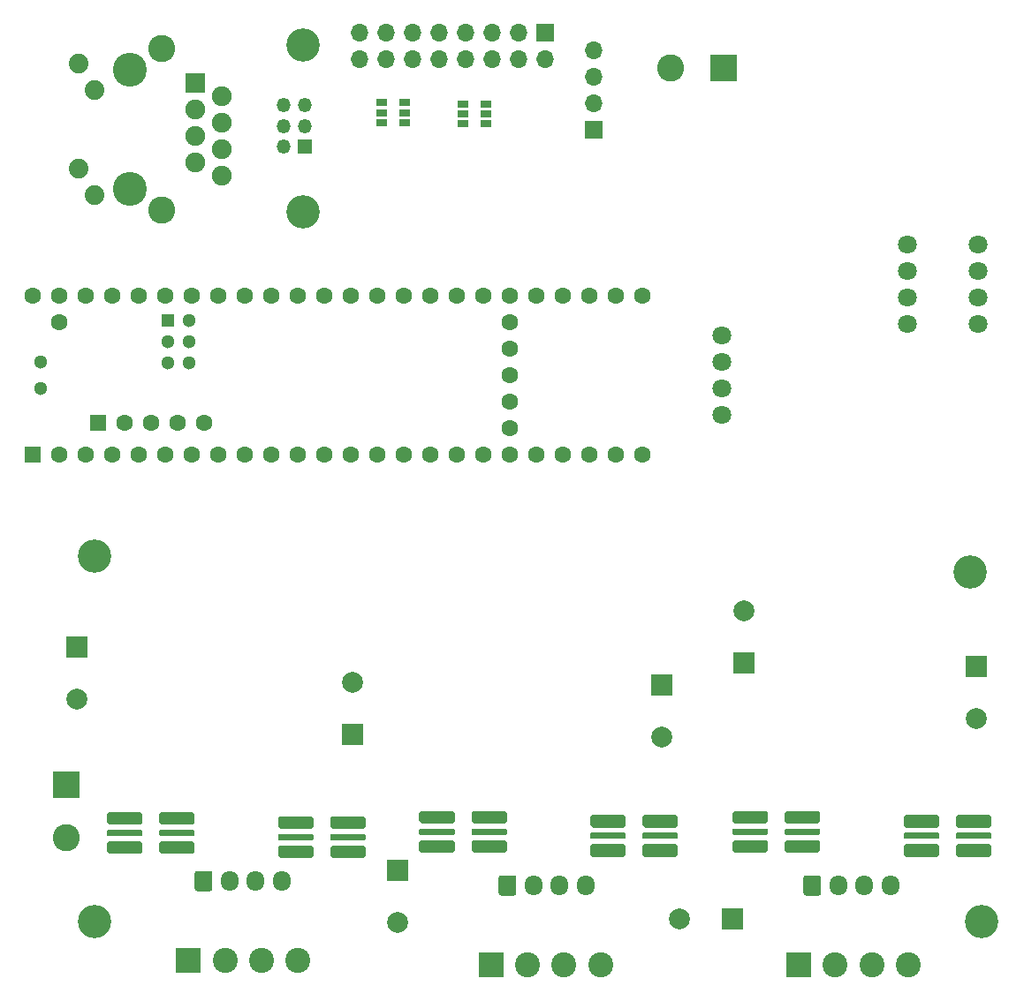
<source format=gbs>
G04 #@! TF.GenerationSoftware,KiCad,Pcbnew,5.1.10*
G04 #@! TF.CreationDate,2021-06-06T22:50:30-04:00*
G04 #@! TF.ProjectId,cnc-controller,636e632d-636f-46e7-9472-6f6c6c65722e,rev?*
G04 #@! TF.SameCoordinates,Original*
G04 #@! TF.FileFunction,Soldermask,Bot*
G04 #@! TF.FilePolarity,Negative*
%FSLAX46Y46*%
G04 Gerber Fmt 4.6, Leading zero omitted, Abs format (unit mm)*
G04 Created by KiCad (PCBNEW 5.1.10) date 2021-06-06 22:50:30*
%MOMM*%
%LPD*%
G01*
G04 APERTURE LIST*
%ADD10O,1.350000X1.350000*%
%ADD11R,1.350000X1.350000*%
%ADD12C,3.200000*%
%ADD13C,2.400000*%
%ADD14R,2.400000X2.400000*%
%ADD15O,1.700000X1.950000*%
%ADD16C,2.600000*%
%ADD17R,2.600000X2.600000*%
%ADD18C,1.300000*%
%ADD19C,1.600000*%
%ADD20R,1.300000X1.300000*%
%ADD21R,1.600000X1.600000*%
%ADD22C,1.800000*%
%ADD23R,1.060000X0.650000*%
%ADD24C,3.250000*%
%ADD25C,1.890000*%
%ADD26C,1.900000*%
%ADD27R,1.900000X1.900000*%
%ADD28O,1.700000X1.700000*%
%ADD29R,1.700000X1.700000*%
%ADD30C,2.000000*%
%ADD31R,2.000000X2.000000*%
G04 APERTURE END LIST*
D10*
X36150000Y-50725000D03*
X38150000Y-50725000D03*
X36150000Y-52725000D03*
X38150000Y-52725000D03*
X36150000Y-54725000D03*
D11*
X38150000Y-54725000D03*
D12*
X18000000Y-129000000D03*
D13*
X66500000Y-133150000D03*
X63000000Y-133150000D03*
X59500000Y-133150000D03*
D14*
X56000000Y-133150000D03*
D15*
X65075000Y-125575000D03*
X62575000Y-125575000D03*
X60075000Y-125575000D03*
G36*
G01*
X56725000Y-126300000D02*
X56725000Y-124850000D01*
G75*
G02*
X56975000Y-124600000I250000J0D01*
G01*
X58175000Y-124600000D01*
G75*
G02*
X58425000Y-124850000I0J-250000D01*
G01*
X58425000Y-126300000D01*
G75*
G02*
X58175000Y-126550000I-250000J0D01*
G01*
X56975000Y-126550000D01*
G75*
G02*
X56725000Y-126300000I0J250000D01*
G01*
G37*
G36*
G01*
X87550000Y-120223400D02*
X87550000Y-120626600D01*
G75*
G02*
X87451600Y-120725000I-98400J0D01*
G01*
X84248400Y-120725000D01*
G75*
G02*
X84150000Y-120626600I0J98400D01*
G01*
X84150000Y-120223400D01*
G75*
G02*
X84248400Y-120125000I98400J0D01*
G01*
X87451600Y-120125000D01*
G75*
G02*
X87550000Y-120223400I0J-98400D01*
G01*
G37*
G36*
G01*
X87550000Y-118621800D02*
X87550000Y-119428200D01*
G75*
G02*
X87353200Y-119625000I-196800J0D01*
G01*
X84346800Y-119625000D01*
G75*
G02*
X84150000Y-119428200I0J196800D01*
G01*
X84150000Y-118621800D01*
G75*
G02*
X84346800Y-118425000I196800J0D01*
G01*
X87353200Y-118425000D01*
G75*
G02*
X87550000Y-118621800I0J-196800D01*
G01*
G37*
G36*
G01*
X87550000Y-121421800D02*
X87550000Y-122228200D01*
G75*
G02*
X87353200Y-122425000I-196800J0D01*
G01*
X84346800Y-122425000D01*
G75*
G02*
X84150000Y-122228200I0J196800D01*
G01*
X84150000Y-121421800D01*
G75*
G02*
X84346800Y-121225000I196800J0D01*
G01*
X87353200Y-121225000D01*
G75*
G02*
X87550000Y-121421800I0J-196800D01*
G01*
G37*
G36*
G01*
X82550000Y-120223400D02*
X82550000Y-120626600D01*
G75*
G02*
X82451600Y-120725000I-98400J0D01*
G01*
X79248400Y-120725000D01*
G75*
G02*
X79150000Y-120626600I0J98400D01*
G01*
X79150000Y-120223400D01*
G75*
G02*
X79248400Y-120125000I98400J0D01*
G01*
X82451600Y-120125000D01*
G75*
G02*
X82550000Y-120223400I0J-98400D01*
G01*
G37*
G36*
G01*
X82550000Y-121421800D02*
X82550000Y-122228200D01*
G75*
G02*
X82353200Y-122425000I-196800J0D01*
G01*
X79346800Y-122425000D01*
G75*
G02*
X79150000Y-122228200I0J196800D01*
G01*
X79150000Y-121421800D01*
G75*
G02*
X79346800Y-121225000I196800J0D01*
G01*
X82353200Y-121225000D01*
G75*
G02*
X82550000Y-121421800I0J-196800D01*
G01*
G37*
G36*
G01*
X82550000Y-118621800D02*
X82550000Y-119428200D01*
G75*
G02*
X82353200Y-119625000I-196800J0D01*
G01*
X79346800Y-119625000D01*
G75*
G02*
X79150000Y-119428200I0J196800D01*
G01*
X79150000Y-118621800D01*
G75*
G02*
X79346800Y-118425000I196800J0D01*
G01*
X82353200Y-118425000D01*
G75*
G02*
X82550000Y-118621800I0J-196800D01*
G01*
G37*
G36*
G01*
X95550000Y-121026600D02*
X95550000Y-120623400D01*
G75*
G02*
X95648400Y-120525000I98400J0D01*
G01*
X98851600Y-120525000D01*
G75*
G02*
X98950000Y-120623400I0J-98400D01*
G01*
X98950000Y-121026600D01*
G75*
G02*
X98851600Y-121125000I-98400J0D01*
G01*
X95648400Y-121125000D01*
G75*
G02*
X95550000Y-121026600I0J98400D01*
G01*
G37*
G36*
G01*
X95550000Y-122628200D02*
X95550000Y-121821800D01*
G75*
G02*
X95746800Y-121625000I196800J0D01*
G01*
X98753200Y-121625000D01*
G75*
G02*
X98950000Y-121821800I0J-196800D01*
G01*
X98950000Y-122628200D01*
G75*
G02*
X98753200Y-122825000I-196800J0D01*
G01*
X95746800Y-122825000D01*
G75*
G02*
X95550000Y-122628200I0J196800D01*
G01*
G37*
G36*
G01*
X95550000Y-119828200D02*
X95550000Y-119021800D01*
G75*
G02*
X95746800Y-118825000I196800J0D01*
G01*
X98753200Y-118825000D01*
G75*
G02*
X98950000Y-119021800I0J-196800D01*
G01*
X98950000Y-119828200D01*
G75*
G02*
X98753200Y-120025000I-196800J0D01*
G01*
X95746800Y-120025000D01*
G75*
G02*
X95550000Y-119828200I0J196800D01*
G01*
G37*
G36*
G01*
X100550000Y-121026600D02*
X100550000Y-120623400D01*
G75*
G02*
X100648400Y-120525000I98400J0D01*
G01*
X103851600Y-120525000D01*
G75*
G02*
X103950000Y-120623400I0J-98400D01*
G01*
X103950000Y-121026600D01*
G75*
G02*
X103851600Y-121125000I-98400J0D01*
G01*
X100648400Y-121125000D01*
G75*
G02*
X100550000Y-121026600I0J98400D01*
G01*
G37*
G36*
G01*
X100550000Y-119828200D02*
X100550000Y-119021800D01*
G75*
G02*
X100746800Y-118825000I196800J0D01*
G01*
X103753200Y-118825000D01*
G75*
G02*
X103950000Y-119021800I0J-196800D01*
G01*
X103950000Y-119828200D01*
G75*
G02*
X103753200Y-120025000I-196800J0D01*
G01*
X100746800Y-120025000D01*
G75*
G02*
X100550000Y-119828200I0J196800D01*
G01*
G37*
G36*
G01*
X100550000Y-122628200D02*
X100550000Y-121821800D01*
G75*
G02*
X100746800Y-121625000I196800J0D01*
G01*
X103753200Y-121625000D01*
G75*
G02*
X103950000Y-121821800I0J-196800D01*
G01*
X103950000Y-122628200D01*
G75*
G02*
X103753200Y-122825000I-196800J0D01*
G01*
X100746800Y-122825000D01*
G75*
G02*
X100550000Y-122628200I0J196800D01*
G01*
G37*
G36*
G01*
X57525000Y-120223400D02*
X57525000Y-120626600D01*
G75*
G02*
X57426600Y-120725000I-98400J0D01*
G01*
X54223400Y-120725000D01*
G75*
G02*
X54125000Y-120626600I0J98400D01*
G01*
X54125000Y-120223400D01*
G75*
G02*
X54223400Y-120125000I98400J0D01*
G01*
X57426600Y-120125000D01*
G75*
G02*
X57525000Y-120223400I0J-98400D01*
G01*
G37*
G36*
G01*
X57525000Y-118621800D02*
X57525000Y-119428200D01*
G75*
G02*
X57328200Y-119625000I-196800J0D01*
G01*
X54321800Y-119625000D01*
G75*
G02*
X54125000Y-119428200I0J196800D01*
G01*
X54125000Y-118621800D01*
G75*
G02*
X54321800Y-118425000I196800J0D01*
G01*
X57328200Y-118425000D01*
G75*
G02*
X57525000Y-118621800I0J-196800D01*
G01*
G37*
G36*
G01*
X57525000Y-121421800D02*
X57525000Y-122228200D01*
G75*
G02*
X57328200Y-122425000I-196800J0D01*
G01*
X54321800Y-122425000D01*
G75*
G02*
X54125000Y-122228200I0J196800D01*
G01*
X54125000Y-121421800D01*
G75*
G02*
X54321800Y-121225000I196800J0D01*
G01*
X57328200Y-121225000D01*
G75*
G02*
X57525000Y-121421800I0J-196800D01*
G01*
G37*
G36*
G01*
X52525000Y-120223400D02*
X52525000Y-120626600D01*
G75*
G02*
X52426600Y-120725000I-98400J0D01*
G01*
X49223400Y-120725000D01*
G75*
G02*
X49125000Y-120626600I0J98400D01*
G01*
X49125000Y-120223400D01*
G75*
G02*
X49223400Y-120125000I98400J0D01*
G01*
X52426600Y-120125000D01*
G75*
G02*
X52525000Y-120223400I0J-98400D01*
G01*
G37*
G36*
G01*
X52525000Y-121421800D02*
X52525000Y-122228200D01*
G75*
G02*
X52328200Y-122425000I-196800J0D01*
G01*
X49321800Y-122425000D01*
G75*
G02*
X49125000Y-122228200I0J196800D01*
G01*
X49125000Y-121421800D01*
G75*
G02*
X49321800Y-121225000I196800J0D01*
G01*
X52328200Y-121225000D01*
G75*
G02*
X52525000Y-121421800I0J-196800D01*
G01*
G37*
G36*
G01*
X52525000Y-118621800D02*
X52525000Y-119428200D01*
G75*
G02*
X52328200Y-119625000I-196800J0D01*
G01*
X49321800Y-119625000D01*
G75*
G02*
X49125000Y-119428200I0J196800D01*
G01*
X49125000Y-118621800D01*
G75*
G02*
X49321800Y-118425000I196800J0D01*
G01*
X52328200Y-118425000D01*
G75*
G02*
X52525000Y-118621800I0J-196800D01*
G01*
G37*
G36*
G01*
X65525000Y-121026600D02*
X65525000Y-120623400D01*
G75*
G02*
X65623400Y-120525000I98400J0D01*
G01*
X68826600Y-120525000D01*
G75*
G02*
X68925000Y-120623400I0J-98400D01*
G01*
X68925000Y-121026600D01*
G75*
G02*
X68826600Y-121125000I-98400J0D01*
G01*
X65623400Y-121125000D01*
G75*
G02*
X65525000Y-121026600I0J98400D01*
G01*
G37*
G36*
G01*
X65525000Y-122628200D02*
X65525000Y-121821800D01*
G75*
G02*
X65721800Y-121625000I196800J0D01*
G01*
X68728200Y-121625000D01*
G75*
G02*
X68925000Y-121821800I0J-196800D01*
G01*
X68925000Y-122628200D01*
G75*
G02*
X68728200Y-122825000I-196800J0D01*
G01*
X65721800Y-122825000D01*
G75*
G02*
X65525000Y-122628200I0J196800D01*
G01*
G37*
G36*
G01*
X65525000Y-119828200D02*
X65525000Y-119021800D01*
G75*
G02*
X65721800Y-118825000I196800J0D01*
G01*
X68728200Y-118825000D01*
G75*
G02*
X68925000Y-119021800I0J-196800D01*
G01*
X68925000Y-119828200D01*
G75*
G02*
X68728200Y-120025000I-196800J0D01*
G01*
X65721800Y-120025000D01*
G75*
G02*
X65525000Y-119828200I0J196800D01*
G01*
G37*
G36*
G01*
X70525000Y-121026600D02*
X70525000Y-120623400D01*
G75*
G02*
X70623400Y-120525000I98400J0D01*
G01*
X73826600Y-120525000D01*
G75*
G02*
X73925000Y-120623400I0J-98400D01*
G01*
X73925000Y-121026600D01*
G75*
G02*
X73826600Y-121125000I-98400J0D01*
G01*
X70623400Y-121125000D01*
G75*
G02*
X70525000Y-121026600I0J98400D01*
G01*
G37*
G36*
G01*
X70525000Y-119828200D02*
X70525000Y-119021800D01*
G75*
G02*
X70721800Y-118825000I196800J0D01*
G01*
X73728200Y-118825000D01*
G75*
G02*
X73925000Y-119021800I0J-196800D01*
G01*
X73925000Y-119828200D01*
G75*
G02*
X73728200Y-120025000I-196800J0D01*
G01*
X70721800Y-120025000D01*
G75*
G02*
X70525000Y-119828200I0J196800D01*
G01*
G37*
G36*
G01*
X70525000Y-122628200D02*
X70525000Y-121821800D01*
G75*
G02*
X70721800Y-121625000I196800J0D01*
G01*
X73728200Y-121625000D01*
G75*
G02*
X73925000Y-121821800I0J-196800D01*
G01*
X73925000Y-122628200D01*
G75*
G02*
X73728200Y-122825000I-196800J0D01*
G01*
X70721800Y-122825000D01*
G75*
G02*
X70525000Y-122628200I0J196800D01*
G01*
G37*
G36*
G01*
X27600000Y-120348400D02*
X27600000Y-120751600D01*
G75*
G02*
X27501600Y-120850000I-98400J0D01*
G01*
X24298400Y-120850000D01*
G75*
G02*
X24200000Y-120751600I0J98400D01*
G01*
X24200000Y-120348400D01*
G75*
G02*
X24298400Y-120250000I98400J0D01*
G01*
X27501600Y-120250000D01*
G75*
G02*
X27600000Y-120348400I0J-98400D01*
G01*
G37*
G36*
G01*
X27600000Y-118746800D02*
X27600000Y-119553200D01*
G75*
G02*
X27403200Y-119750000I-196800J0D01*
G01*
X24396800Y-119750000D01*
G75*
G02*
X24200000Y-119553200I0J196800D01*
G01*
X24200000Y-118746800D01*
G75*
G02*
X24396800Y-118550000I196800J0D01*
G01*
X27403200Y-118550000D01*
G75*
G02*
X27600000Y-118746800I0J-196800D01*
G01*
G37*
G36*
G01*
X27600000Y-121546800D02*
X27600000Y-122353200D01*
G75*
G02*
X27403200Y-122550000I-196800J0D01*
G01*
X24396800Y-122550000D01*
G75*
G02*
X24200000Y-122353200I0J196800D01*
G01*
X24200000Y-121546800D01*
G75*
G02*
X24396800Y-121350000I196800J0D01*
G01*
X27403200Y-121350000D01*
G75*
G02*
X27600000Y-121546800I0J-196800D01*
G01*
G37*
G36*
G01*
X22600000Y-120348400D02*
X22600000Y-120751600D01*
G75*
G02*
X22501600Y-120850000I-98400J0D01*
G01*
X19298400Y-120850000D01*
G75*
G02*
X19200000Y-120751600I0J98400D01*
G01*
X19200000Y-120348400D01*
G75*
G02*
X19298400Y-120250000I98400J0D01*
G01*
X22501600Y-120250000D01*
G75*
G02*
X22600000Y-120348400I0J-98400D01*
G01*
G37*
G36*
G01*
X22600000Y-121546800D02*
X22600000Y-122353200D01*
G75*
G02*
X22403200Y-122550000I-196800J0D01*
G01*
X19396800Y-122550000D01*
G75*
G02*
X19200000Y-122353200I0J196800D01*
G01*
X19200000Y-121546800D01*
G75*
G02*
X19396800Y-121350000I196800J0D01*
G01*
X22403200Y-121350000D01*
G75*
G02*
X22600000Y-121546800I0J-196800D01*
G01*
G37*
G36*
G01*
X22600000Y-118746800D02*
X22600000Y-119553200D01*
G75*
G02*
X22403200Y-119750000I-196800J0D01*
G01*
X19396800Y-119750000D01*
G75*
G02*
X19200000Y-119553200I0J196800D01*
G01*
X19200000Y-118746800D01*
G75*
G02*
X19396800Y-118550000I196800J0D01*
G01*
X22403200Y-118550000D01*
G75*
G02*
X22600000Y-118746800I0J-196800D01*
G01*
G37*
G36*
G01*
X35600000Y-121151600D02*
X35600000Y-120748400D01*
G75*
G02*
X35698400Y-120650000I98400J0D01*
G01*
X38901600Y-120650000D01*
G75*
G02*
X39000000Y-120748400I0J-98400D01*
G01*
X39000000Y-121151600D01*
G75*
G02*
X38901600Y-121250000I-98400J0D01*
G01*
X35698400Y-121250000D01*
G75*
G02*
X35600000Y-121151600I0J98400D01*
G01*
G37*
G36*
G01*
X35600000Y-122753200D02*
X35600000Y-121946800D01*
G75*
G02*
X35796800Y-121750000I196800J0D01*
G01*
X38803200Y-121750000D01*
G75*
G02*
X39000000Y-121946800I0J-196800D01*
G01*
X39000000Y-122753200D01*
G75*
G02*
X38803200Y-122950000I-196800J0D01*
G01*
X35796800Y-122950000D01*
G75*
G02*
X35600000Y-122753200I0J196800D01*
G01*
G37*
G36*
G01*
X35600000Y-119953200D02*
X35600000Y-119146800D01*
G75*
G02*
X35796800Y-118950000I196800J0D01*
G01*
X38803200Y-118950000D01*
G75*
G02*
X39000000Y-119146800I0J-196800D01*
G01*
X39000000Y-119953200D01*
G75*
G02*
X38803200Y-120150000I-196800J0D01*
G01*
X35796800Y-120150000D01*
G75*
G02*
X35600000Y-119953200I0J196800D01*
G01*
G37*
G36*
G01*
X40600000Y-121151600D02*
X40600000Y-120748400D01*
G75*
G02*
X40698400Y-120650000I98400J0D01*
G01*
X43901600Y-120650000D01*
G75*
G02*
X44000000Y-120748400I0J-98400D01*
G01*
X44000000Y-121151600D01*
G75*
G02*
X43901600Y-121250000I-98400J0D01*
G01*
X40698400Y-121250000D01*
G75*
G02*
X40600000Y-121151600I0J98400D01*
G01*
G37*
G36*
G01*
X40600000Y-119953200D02*
X40600000Y-119146800D01*
G75*
G02*
X40796800Y-118950000I196800J0D01*
G01*
X43803200Y-118950000D01*
G75*
G02*
X44000000Y-119146800I0J-196800D01*
G01*
X44000000Y-119953200D01*
G75*
G02*
X43803200Y-120150000I-196800J0D01*
G01*
X40796800Y-120150000D01*
G75*
G02*
X40600000Y-119953200I0J196800D01*
G01*
G37*
G36*
G01*
X40600000Y-122753200D02*
X40600000Y-121946800D01*
G75*
G02*
X40796800Y-121750000I196800J0D01*
G01*
X43803200Y-121750000D01*
G75*
G02*
X44000000Y-121946800I0J-196800D01*
G01*
X44000000Y-122753200D01*
G75*
G02*
X43803200Y-122950000I-196800J0D01*
G01*
X40796800Y-122950000D01*
G75*
G02*
X40600000Y-122753200I0J196800D01*
G01*
G37*
X94285000Y-125590000D03*
X91785000Y-125590000D03*
X89285000Y-125590000D03*
G36*
G01*
X85935000Y-126315000D02*
X85935000Y-124865000D01*
G75*
G02*
X86185000Y-124615000I250000J0D01*
G01*
X87385000Y-124615000D01*
G75*
G02*
X87635000Y-124865000I0J-250000D01*
G01*
X87635000Y-126315000D01*
G75*
G02*
X87385000Y-126565000I-250000J0D01*
G01*
X86185000Y-126565000D01*
G75*
G02*
X85935000Y-126315000I0J250000D01*
G01*
G37*
X35950000Y-125150000D03*
X33450000Y-125150000D03*
X30950000Y-125150000D03*
G36*
G01*
X27600000Y-125875000D02*
X27600000Y-124425000D01*
G75*
G02*
X27850000Y-124175000I250000J0D01*
G01*
X29050000Y-124175000D01*
G75*
G02*
X29300000Y-124425000I0J-250000D01*
G01*
X29300000Y-125875000D01*
G75*
G02*
X29050000Y-126125000I-250000J0D01*
G01*
X27850000Y-126125000D01*
G75*
G02*
X27600000Y-125875000I0J250000D01*
G01*
G37*
D16*
X73220000Y-47200000D03*
D17*
X78300000Y-47200000D03*
D18*
X12820000Y-75330000D03*
X12820000Y-77870000D03*
D19*
X57810000Y-71520000D03*
X57810000Y-74060000D03*
X57810000Y-76600000D03*
X57810000Y-79140000D03*
X57810000Y-81680000D03*
D18*
X25060000Y-75418400D03*
X27060000Y-75418400D03*
X27060000Y-73418400D03*
X25060000Y-73418400D03*
X27060000Y-71418400D03*
D20*
X25060000Y-71418400D03*
D19*
X52730000Y-84220000D03*
X55270000Y-84220000D03*
X57810000Y-84220000D03*
X60350000Y-84220000D03*
X50190000Y-84220000D03*
X47650000Y-84220000D03*
X45110000Y-84220000D03*
X62890000Y-84220000D03*
X65430000Y-84220000D03*
X67970000Y-84220000D03*
X70510000Y-84220000D03*
X70510000Y-68980000D03*
X67970000Y-68980000D03*
X65430000Y-68980000D03*
X62890000Y-68980000D03*
X60350000Y-68980000D03*
X57810000Y-68980000D03*
X55270000Y-68980000D03*
X52730000Y-68980000D03*
X50190000Y-68980000D03*
X47650000Y-68980000D03*
X42570000Y-84220000D03*
X40030000Y-84220000D03*
X37490000Y-84220000D03*
X34950000Y-84220000D03*
X32410000Y-84220000D03*
X29870000Y-84220000D03*
X27330000Y-84220000D03*
X24790000Y-84220000D03*
X22250000Y-84220000D03*
X19710000Y-84220000D03*
X17170000Y-84220000D03*
X14630000Y-84220000D03*
D21*
X12090000Y-84220000D03*
D19*
X45110000Y-68980000D03*
X42570000Y-68980000D03*
X40030000Y-68980000D03*
X37490000Y-68980000D03*
X34950000Y-68980000D03*
X32410000Y-68980000D03*
X29870000Y-68980000D03*
X27330000Y-68980000D03*
X24790000Y-68980000D03*
X22250000Y-68980000D03*
X19710000Y-68980000D03*
X17170000Y-68980000D03*
X14630000Y-68980000D03*
X12090000Y-68980000D03*
D21*
X18389200Y-81169200D03*
D19*
X20929200Y-81169200D03*
X23469200Y-81169200D03*
X26009200Y-81169200D03*
X28549200Y-81169200D03*
X14630000Y-71520000D03*
D22*
X78100000Y-72790000D03*
X78100000Y-75330000D03*
X78100000Y-77870000D03*
X78100000Y-80410000D03*
X95900000Y-64090000D03*
X95900000Y-66630000D03*
X95900000Y-69170000D03*
X95900000Y-71710000D03*
X102700000Y-64090000D03*
X102700000Y-66630000D03*
X102700000Y-69170000D03*
X102700000Y-71710000D03*
D23*
X55550000Y-51575000D03*
X55550000Y-52525000D03*
X55550000Y-50625000D03*
X53350000Y-50625000D03*
X53350000Y-51575000D03*
X53350000Y-52525000D03*
X47725000Y-51450000D03*
X47725000Y-52400000D03*
X47725000Y-50500000D03*
X45525000Y-50500000D03*
X45525000Y-51450000D03*
X45525000Y-52400000D03*
D13*
X96000000Y-133175000D03*
X92500000Y-133175000D03*
X89000000Y-133175000D03*
D14*
X85500000Y-133175000D03*
D13*
X37500000Y-132725000D03*
X34000000Y-132725000D03*
X30500000Y-132725000D03*
D14*
X27000000Y-132725000D03*
D24*
X21360000Y-58760000D03*
X21360000Y-47330000D03*
D16*
X24410000Y-60820000D03*
X24410000Y-45270000D03*
D25*
X16460000Y-46720000D03*
X17980000Y-49260000D03*
X16460000Y-56830000D03*
X17980000Y-59370000D03*
D26*
X30240000Y-57490000D03*
X27700000Y-56220000D03*
X30240000Y-54950000D03*
X27700000Y-53680000D03*
X30240000Y-52410000D03*
X27700000Y-51140000D03*
X30240000Y-49870000D03*
D27*
X27700000Y-48600000D03*
D28*
X65850000Y-45480000D03*
X65850000Y-48020000D03*
X65850000Y-50560000D03*
D29*
X65850000Y-53100000D03*
D16*
X15275000Y-120980000D03*
D17*
X15275000Y-115900000D03*
D28*
X43395000Y-46315000D03*
X43395000Y-43775000D03*
X45935000Y-46315000D03*
X45935000Y-43775000D03*
X48475000Y-46315000D03*
X48475000Y-43775000D03*
X51015000Y-46315000D03*
X51015000Y-43775000D03*
X53555000Y-46315000D03*
X53555000Y-43775000D03*
X56095000Y-46315000D03*
X56095000Y-43775000D03*
X58635000Y-46315000D03*
X58635000Y-43775000D03*
X61175000Y-46315000D03*
D29*
X61175000Y-43775000D03*
D12*
X38000000Y-61000000D03*
X18000000Y-94000000D03*
X38000000Y-45000000D03*
X101950000Y-95550000D03*
X103000000Y-129000000D03*
D30*
X74100000Y-128825000D03*
D31*
X79100000Y-128825000D03*
D30*
X102500000Y-109600000D03*
D31*
X102500000Y-104600000D03*
D30*
X80225000Y-99200000D03*
D31*
X80225000Y-104200000D03*
D30*
X72400000Y-111325000D03*
D31*
X72400000Y-106325000D03*
D30*
X47050000Y-129150000D03*
D31*
X47050000Y-124150000D03*
D30*
X42750000Y-106100000D03*
D31*
X42750000Y-111100000D03*
D30*
X16325000Y-107675000D03*
D31*
X16325000Y-102675000D03*
M02*

</source>
